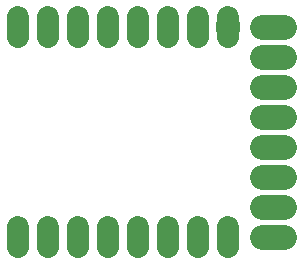
<source format=gbr>
G04 EAGLE Gerber X2 export*
G04 #@! %TF.Part,Single*
G04 #@! %TF.FileFunction,Soldermask,Bot,1*
G04 #@! %TF.FilePolarity,Negative*
G04 #@! %TF.GenerationSoftware,Autodesk,EAGLE,9.0.0*
G04 #@! %TF.CreationDate,2019-08-08T19:13:39Z*
G75*
%MOMM*%
%FSLAX34Y34*%
%LPD*%
%AMOC8*
5,1,8,0,0,1.08239X$1,22.5*%
G01*
%ADD10C,2.082800*%
%ADD11C,1.879600*%
%ADD12P,2.144431X8X22.500000*%


D10*
X219202Y88900D02*
X237998Y88900D01*
X237998Y114300D02*
X219202Y114300D01*
X219202Y139700D02*
X237998Y139700D01*
X237998Y165100D02*
X219202Y165100D01*
X219202Y190500D02*
X237998Y190500D01*
X237998Y215900D02*
X219202Y215900D01*
X219202Y241300D02*
X237998Y241300D01*
X237998Y266700D02*
X219202Y266700D01*
D11*
X12700Y97282D02*
X12700Y80518D01*
X38100Y80518D02*
X38100Y97282D01*
X63500Y97282D02*
X63500Y80518D01*
X88900Y80518D02*
X88900Y97282D01*
X114300Y97282D02*
X114300Y80518D01*
X139700Y80518D02*
X139700Y97282D01*
X165100Y97282D02*
X165100Y80518D01*
X190500Y80518D02*
X190500Y97282D01*
X190500Y258318D02*
X190500Y275082D01*
X165100Y275082D02*
X165100Y258318D01*
X139700Y258318D02*
X139700Y275082D01*
X114300Y275082D02*
X114300Y258318D01*
X88900Y258318D02*
X88900Y275082D01*
X63500Y275082D02*
X63500Y258318D01*
X38100Y258318D02*
X38100Y275082D01*
X12700Y275082D02*
X12700Y258318D01*
D12*
X190500Y266700D03*
M02*

</source>
